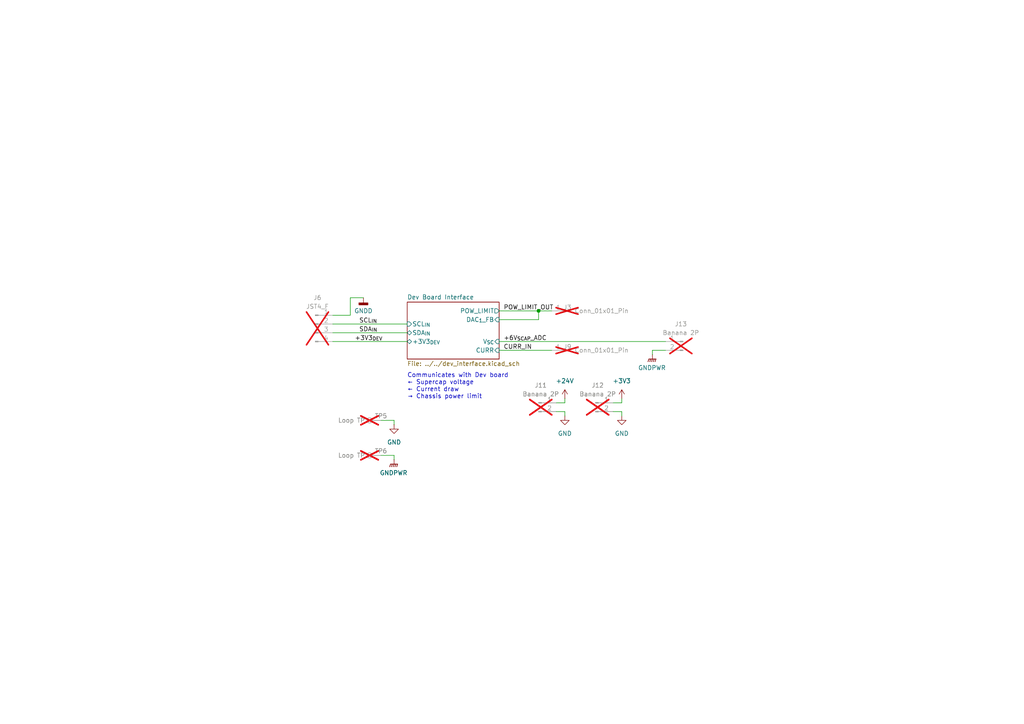
<source format=kicad_sch>
(kicad_sch (version 20250114) (generator "eeschema") (generator_version "9.0")
  (paper "A4")
  (title_block (title "Dev Board Interface Test Board") (date "2025-05-24") (rev "1B") (company "UT Robomaster") (comment 1 "Robomaster"))
  (lib_symbols
    (symbol "Connector:Conn_01x01_Pin" (pin_names (offset 1.016) (hide yes))
      (property "Reference" "J" (at 0 2.54 0))
      (property "Value" "Conn_01x01_Pin" (at 0 -2.54 0))
      (symbol "Conn_01x01_Pin_1_1"
        (rectangle (start 0.8636 0.127) (end 0 -0.127) (stroke (width 0.1524)) (fill (type outline)))
        (polyline (pts (xy 1.27 0) (xy 0.8636 0)) (stroke (width 0.1524)))
        (pin passive line (at 5.08 0 180) (length 3.81) (name "Pin_1") (number "1"))
      )
    )
    (symbol "Connector:Conn_01x02_Pin" (pin_names (offset 1.016) (hide yes))
      (property "Reference" "J" (at 0 2.54 0))
      (property "Value" "Conn_01x02_Pin" (at 0 -5.08 0))
      (symbol "Conn_01x02_Pin_1_1"
        (rectangle (start 0.8636 0.127) (end 0 -0.127) (stroke (width 0.1524)) (fill (type outline)))
        (rectangle (start 0.8636 -2.413) (end 0 -2.667) (stroke (width 0.1524)) (fill (type outline)))
        (polyline (pts (xy 1.27 0) (xy 0.8636 0)) (stroke (width 0.1524)))
        (polyline (pts (xy 1.27 -2.54) (xy 0.8636 -2.54)) (stroke (width 0.1524)))
        (pin passive line (at 5.08 0 180) (length 3.81) (name "Pin_1") (number "1"))
        (pin passive line (at 5.08 -2.54 180) (length 3.81) (name "Pin_2") (number "2"))
      )
    )
    (symbol "Connector:Conn_01x04_Pin" (pin_names (offset 1.016) (hide yes))
      (property "Reference" "J" (at 0 5.08 0))
      (property "Value" "Conn_01x04_Pin" (at 0 -7.62 0))
      (symbol "Conn_01x04_Pin_1_1"
        (rectangle (start 0.8636 2.667) (end 0 2.413) (stroke (width 0.1524)) (fill (type outline)))
        (rectangle (start 0.8636 0.127) (end 0 -0.127) (stroke (width 0.1524)) (fill (type outline)))
        (rectangle (start 0.8636 -2.413) (end 0 -2.667) (stroke (width 0.1524)) (fill (type outline)))
        (rectangle (start 0.8636 -4.953) (end 0 -5.207) (stroke (width 0.1524)) (fill (type outline)))
        (polyline (pts (xy 1.27 2.54) (xy 0.8636 2.54)) (stroke (width 0.1524)))
        (polyline (pts (xy 1.27 0) (xy 0.8636 0)) (stroke (width 0.1524)))
        (polyline (pts (xy 1.27 -2.54) (xy 0.8636 -2.54)) (stroke (width 0.1524)))
        (polyline (pts (xy 1.27 -5.08) (xy 0.8636 -5.08)) (stroke (width 0.1524)))
        (pin passive line (at 5.08 2.54 180) (length 3.81) (name "Pin_1") (number "1"))
        (pin passive line (at 5.08 0 180) (length 3.81) (name "Pin_2") (number "2"))
        (pin passive line (at 5.08 -2.54 180) (length 3.81) (name "Pin_3") (number "3"))
        (pin passive line (at 5.08 -5.08 180) (length 3.81) (name "Pin_4") (number "4"))
      )
    )
    (symbol "Connector:TestPoint" (pin_numbers (hide yes)) (pin_names (offset 0.762) (hide yes))
      (property "Reference" "TP" (at 0 6.858 0))
      (property "Value" "TestPoint" (at 0 5.08 0))
      (symbol "TestPoint_0_1"
        (circle (center 0 3.302) (radius 0.762))
      )
      (symbol "TestPoint_1_1"
        (pin passive line (at 0 0 90) (length 2.54) (name "1") (number "1"))
      )
    )
    (symbol "power:+24V" (power) (pin_numbers (hide yes)) (pin_names (offset 0) (hide yes))
      (property "Value" "+24V" (at 0 3.556 0))
      (symbol "+24V_0_1"
        (polyline (pts (xy -0.762 1.27) (xy 0 2.54)))
        (polyline (pts (xy 0 2.54) (xy 0.762 1.27)))
        (polyline (pts (xy 0 0) (xy 0 2.54)))
      )
      (symbol "+24V_1_1"
        (pin power_in line (at 0 0 90) (length 0) (name "~") (number "1"))
      )
    )
    (symbol "power:+3V3" (power) (pin_numbers (hide yes)) (pin_names (offset 0) (hide yes))
      (property "Value" "+3V3" (at 0 3.556 0))
      (symbol "+3V3_0_1"
        (polyline (pts (xy -0.762 1.27) (xy 0 2.54)))
        (polyline (pts (xy 0 2.54) (xy 0.762 1.27)))
        (polyline (pts (xy 0 0) (xy 0 2.54)))
      )
      (symbol "+3V3_1_1"
        (pin power_in line (at 0 0 90) (length 0) (name "~") (number "1"))
      )
    )
    (symbol "power:GND" (power) (pin_numbers (hide yes)) (pin_names (offset 0) (hide yes))
      (property "Value" "GND" (at 0 -3.81 0))
      (symbol "GND_0_1"
        (polyline (pts (xy 0 0) (xy 0 -1.27) (xy 1.27 -1.27) (xy 0 -2.54) (xy -1.27 -1.27) (xy 0 -1.27)))
      )
      (symbol "GND_1_1"
        (pin power_in line (at 0 0 270) (length 0) (name "~") (number "1"))
      )
    )
    (symbol "power:GNDD" (power) (pin_numbers (hide yes)) (pin_names (offset 0) (hide yes))
      (property "Value" "GNDD" (at 0 -3.175 0))
      (symbol "GNDD_0_1"
        (rectangle (start -1.27 -1.524) (end 1.27 -2.032) (stroke (width 0.254)) (fill (type outline)))
        (polyline (pts (xy 0 0) (xy 0 -1.524)))
      )
      (symbol "GNDD_1_1"
        (pin power_in line (at 0 0 270) (length 0) (name "~") (number "1"))
      )
    )
    (symbol "power:GNDPWR" (power) (pin_numbers (hide yes)) (pin_names (offset 0) (hide yes))
      (property "Value" "GNDPWR" (at 0 -3.302 0))
      (symbol "GNDPWR_0_1"
        (polyline (pts (xy -1.016 -1.27) (xy -1.27 -2.032) (xy -1.27 -2.032)) (stroke (width 0.2032)))
        (polyline (pts (xy -0.508 -1.27) (xy -0.762 -2.032) (xy -0.762 -2.032)) (stroke (width 0.2032)))
        (polyline (pts (xy 0 -1.27) (xy 0 0)))
        (polyline (pts (xy 0 -1.27) (xy -0.254 -2.032) (xy -0.254 -2.032)) (stroke (width 0.2032)))
        (polyline (pts (xy 0.508 -1.27) (xy 0.254 -2.032) (xy 0.254 -2.032)) (stroke (width 0.2032)))
        (polyline (pts (xy 1.016 -1.27) (xy -1.016 -1.27) (xy -1.016 -1.27)) (stroke (width 0.2032)))
        (polyline (pts (xy 1.016 -1.27) (xy 0.762 -2.032) (xy 0.762 -2.032) (xy 0.762 -2.032)) (stroke (width 0.2032)))
      )
      (symbol "GNDPWR_1_1"
        (pin power_in line (at 0 0 270) (length 0) (name "~") (number "1"))
      )
    )
  )
  (text "Communicates with Dev board\n← Supercap voltage\n← Current draw\n→ Chassis power limit " (at 118.11 112.014 0) (effects (font (size 1.27 1.27)) (justify left)))
  (junction (at 156.21 90.17))
  (wire (pts (xy 161.29 119.38) (xy 163.83 119.38)))
  (wire (pts (xy 144.78 99.06) (xy 193.04 99.06)))
  (wire (pts (xy 180.34 119.38) (xy 180.34 120.65)))
  (wire (pts (xy 96.52 99.06) (xy 118.11 99.06)))
  (wire (pts (xy 144.78 92.71) (xy 156.21 92.71)))
  (wire (pts (xy 163.83 119.38) (xy 163.83 120.65)))
  (wire (pts (xy 114.3 133.35) (xy 114.3 132.08)))
  (wire (pts (xy 177.8 119.38) (xy 180.34 119.38)))
  (wire (pts (xy 180.34 115.57) (xy 180.34 116.84)))
  (wire (pts (xy 96.52 96.52) (xy 118.11 96.52)))
  (wire (pts (xy 114.3 121.92) (xy 110.49 121.92)))
  (wire (pts (xy 144.78 90.17) (xy 156.21 90.17)))
  (wire (pts (xy 101.6 86.36) (xy 105.41 86.36)))
  (wire (pts (xy 96.52 93.98) (xy 118.11 93.98)))
  (wire (pts (xy 114.3 123.19) (xy 114.3 121.92)))
  (wire (pts (xy 114.3 132.08) (xy 110.49 132.08)))
  (wire (pts (xy 96.52 91.44) (xy 101.6 91.44)))
  (wire (pts (xy 189.23 101.6) (xy 189.23 102.87)))
  (wire (pts (xy 163.83 115.57) (xy 163.83 116.84)))
  (wire (pts (xy 156.21 90.17) (xy 160.02 90.17)))
  (wire (pts (xy 156.21 90.17) (xy 156.21 92.71)))
  (wire (pts (xy 180.34 116.84) (xy 177.8 116.84)))
  (wire (pts (xy 160.02 101.6) (xy 144.78 101.6)))
  (wire (pts (xy 163.83 116.84) (xy 161.29 116.84)))
  (wire (pts (xy 101.6 86.36) (xy 101.6 91.44)))
  (wire (pts (xy 193.04 101.6) (xy 189.23 101.6)))
  (label "SCL_{IN}" (at 104.14 93.98 0))
  (label "POW_LIMIT_OUT" (at 146.05 90.17 0) (effects (font (thickness 0.1588))))
  (label "CURR_IN" (at 146.05 101.6 0))
  (label "SDA_{IN}" (at 104.14 96.52 0))
  (label "+6V_{SCAP}_ADC" (at 146.05 99.06 0))
  (label "+3V3_{DEV}" (at 102.87 99.06 0))
  (symbol (lib_id "power:GNDD") (at 105.41 86.36 0) (unit 1)
    (property "Reference" "#PWR04" (effects (hide yes)))
    (property "Value" "GNDD" (at 105.41 90.17 0))
    (property "Description" "Power symbol creates a global label with name \"GNDD\" , digital ground" (effects (hide yes)))
  )
  (symbol (lib_id "Connector:TestPoint") (at 110.49 132.08 90) (unit 1) (dnp yes)
    (property "Reference" "TP6" (at 110.49 130.81 90))
    (property "Value" "Loop TP" (at 105.918 132.08 90) (effects (justify left)))
    (property "Footprint" "TestPoint:TestPoint_Bridge_Pitch2.0mm_Drill0.7mm" (effects (hide yes)))
    (property "Description" "test point" (effects (hide yes)))
  )
  (symbol (lib_id "power:GND") (at 163.83 120.65 0) (mirror y) (unit 1)
    (property "Reference" "#PWR09" (effects (hide yes)))
    (property "Value" "GND" (at 163.83 125.73 0))
    (property "Description" "Power symbol creates a global label with name \"GND\" , ground" (effects (hide yes)))
  )
  (symbol (lib_id "power:+24V") (at 163.83 115.57 0) (mirror y) (unit 1)
    (property "Reference" "#PWR07" (effects (hide yes)))
    (property "Value" "+24V" (at 163.83 110.49 0))
    (property "Description" "Power symbol creates a global label with name \"+24V\"" (effects (hide yes)))
  )
  (symbol (lib_id "power:+3V3") (at 180.34 115.57 0) (mirror y) (unit 1)
    (property "Reference" "#PWR08" (effects (hide yes)))
    (property "Value" "+3V3" (at 180.34 110.49 0))
    (property "Description" "Power symbol creates a global label with name \"+3V3\"" (effects (hide yes)))
  )
  (symbol (lib_id "power:GNDPWR") (at 114.3 133.35 0) (unit 1)
    (property "Reference" "#PWR02" (effects (hide yes)))
    (property "Value" "GNDPWR" (at 114.173 137.16 0))
    (property "Description" "Power symbol creates a global label with name \"GNDPWR\" , global ground" (effects (hide yes)))
  )
  (symbol (lib_id "power:GNDPWR") (at 189.23 102.87 0) (unit 1)
    (property "Reference" "#PWR01" (effects (hide yes)))
    (property "Value" "GNDPWR" (at 189.103 106.68 0))
    (property "Description" "Power symbol creates a global label with name \"GNDPWR\" , global ground" (effects (hide yes)))
  )
  (symbol (lib_id "Connector:Conn_01x01_Pin") (at 165.1 90.17 0) (mirror y) (unit 1) (dnp yes)
    (property "Reference" "J3" (at 164.592 89.154 0))
    (property "Value" "Conn_01x01_Pin" (at 166.624 90.17 0) (effects (justify right)))
    (property "Footprint" "Connector_Wire:SolderWire-2.5sqmm_1x01_D2.4mm_OD3.6mm" (effects (hide yes)))
    (property "Description" "Generic connector, single row, 01x01, script generated" (effects (hide yes)))
  )
  (symbol (lib_id "power:GND") (at 114.3 123.19 0) (mirror y) (unit 1)
    (property "Reference" "#PWR011" (effects (hide yes)))
    (property "Value" "GND" (at 114.3 128.27 0))
    (property "Description" "Power symbol creates a global label with name \"GND\" , ground" (effects (hide yes)))
  )
  (symbol (lib_id "Connector:TestPoint") (at 110.49 121.92 90) (unit 1) (dnp yes)
    (property "Reference" "TP5" (at 110.49 120.65 90))
    (property "Value" "Loop TP" (at 105.918 121.92 90) (effects (justify left)))
    (property "Footprint" "TestPoint:TestPoint_Bridge_Pitch2.0mm_Drill0.7mm" (effects (hide yes)))
    (property "Description" "test point" (effects (hide yes)))
  )
  (symbol (lib_id "Connector:Conn_01x02_Pin") (at 198.12 99.06 0) (mirror y) (unit 1) (dnp yes)
    (property "Reference" "J13" (at 197.485 93.98 0))
    (property "Value" "Banana 2P" (at 197.485 96.52 0))
    (property "Footprint" "Connector:Banana_Jack_2Pin" (effects (hide yes)))
    (property "Description" "Generic connector, single row, 01x02, script generated" (effects (hide yes)))
  )
  (symbol (lib_id "Connector:Conn_01x02_Pin") (at 172.72 116.84 0) (unit 1) (dnp yes)
    (property "Reference" "J12" (at 173.355 111.76 0))
    (property "Value" "Banana 2P" (at 173.355 114.3 0))
    (property "Footprint" "Connector:Banana_Jack_2Pin" (effects (hide yes)))
    (property "Description" "Generic connector, single row, 01x02, script generated" (effects (hide yes)))
  )
  (symbol (lib_id "Connector:Conn_01x02_Pin") (at 156.21 116.84 0) (unit 1) (dnp yes)
    (property "Reference" "J11" (at 156.845 111.76 0))
    (property "Value" "Banana 2P" (at 156.845 114.3 0))
    (property "Footprint" "Connector:Banana_Jack_2Pin" (effects (hide yes)))
    (property "Description" "Generic connector, single row, 01x02, script generated" (effects (hide yes)))
  )
  (symbol (lib_id "power:GND") (at 180.34 120.65 0) (mirror y) (unit 1)
    (property "Reference" "#PWR010" (effects (hide yes)))
    (property "Value" "GND" (at 180.34 125.73 0))
    (property "Description" "Power symbol creates a global label with name \"GND\" , ground" (effects (hide yes)))
  )
  (symbol (lib_id "Connector:Conn_01x01_Pin") (at 165.1 101.6 0) (mirror y) (unit 1) (dnp yes)
    (property "Reference" "J9" (at 164.592 100.584 0))
    (property "Value" "Conn_01x01_Pin" (at 166.624 101.6 0) (effects (justify right)))
    (property "Footprint" "Connector_Wire:SolderWire-2.5sqmm_1x01_D2.4mm_OD3.6mm" (effects (hide yes)))
    (property "Description" "Generic connector, single row, 01x01, script generated" (effects (hide yes)))
  )
  (symbol (lib_id "Connector:Conn_01x04_Pin") (at 91.44 93.98 0) (unit 1) (dnp yes)
    (property "Reference" "J6" (at 92.075 86.36 0))
    (property "Value" "JST4_F" (at 92.075 88.9 0))
    (property "Footprint" "Connector_JST:JST_GH_BM04B-GHS-TBT_1x04-1MP_P1.25mm_Vertical" (effects (hide yes)))
    (property "Description" "Generic connector, single row, 01x04, script generated" (effects (hide yes)))
  )
  (sheet (at 118.11 87.63) (size 26.67 16.51) (stroke (width 0.1524))
    (property "Sheetname" "Dev Board Interface" (at 118.11 86.9184 0) (effects (justify left bottom)))
    (property "Sheetfile" "../../dev_interface.kicad_sch" (at 118.11 104.7246 0) (effects (justify left top)))
    (pin "SCL_{IN}" input (at 118.11 93.98 180))
    (pin "+3V3_{DEV}" bidirectional (at 118.11 99.06 180))
    (pin "SDA_{IN}" bidirectional (at 118.11 96.52 180))
    (pin "POW_LIMIT" output (at 144.78 90.17 0))
    (pin "DAC_{1}_FB" input (at 144.78 92.71 0))
    (pin "CURR" input (at 144.78 101.6 0))
    (pin "V_{SC}" input (at 144.78 99.06 0))
  )
)
</source>
